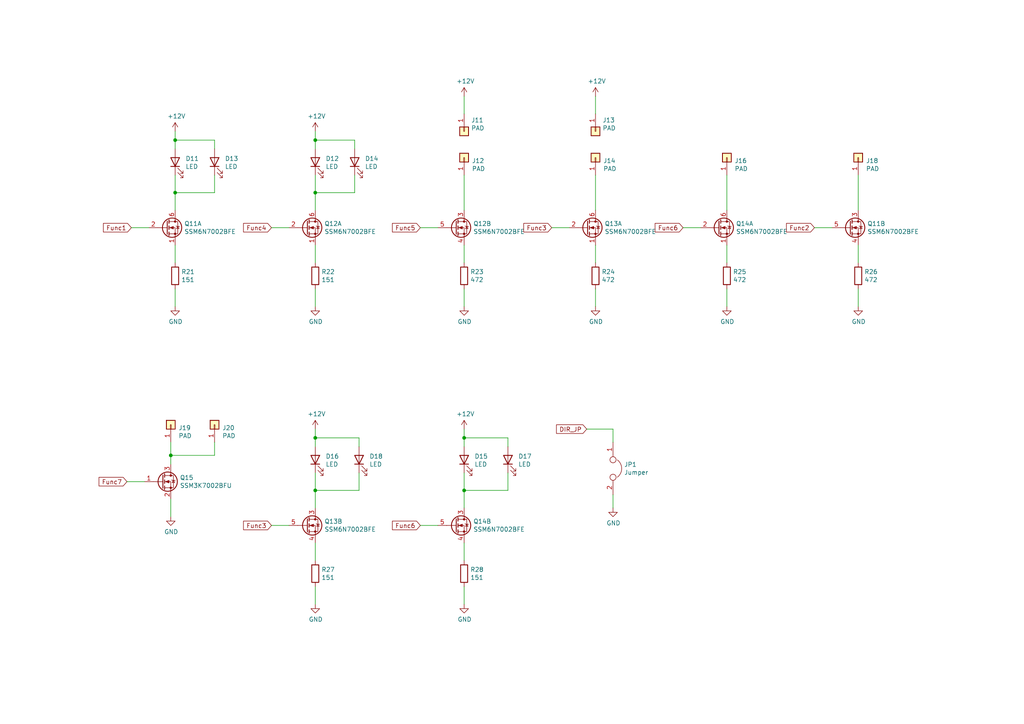
<source format=kicad_sch>
(kicad_sch (version 20230121) (generator eeschema)
  (paper "A4")
  (lib_symbols
    (symbol "Connector_Generic:Conn_01x01" (pin_names (offset 1.016) hide)
      (property "Reference" "J" (at 0 2.54 0))
      (property "Value" "Conn_01x01" (at 0 -2.54 0))
      (symbol "Conn_01x01_1_1"
        (rectangle (start -1.27 0.127) (end 0 -0.127) (stroke (width 0.1524)))
        (rectangle (start -1.27 1.27) (end 1.27 -1.27) (stroke (width 0.254)) (fill (type background)))
        (pin passive line (at -5.08 0 0) (length 3.81) (name "Pin_1") (number "1"))
      )
    )
    (symbol "Device:Jumper" (pin_names (offset 0.762) hide)
      (property "Reference" "JP" (at 0 3.81 0))
      (property "Value" "Device_Jumper" (at 0 -2.032 0))
      (symbol "Jumper_0_1"
        (circle (center -2.54 0) (radius 0.889))
        (arc (start 2.5146 1.27) (mid 0.0078 2.5097) (end -2.4892 1.27))
        (circle (center 2.54 0) (radius 0.889))
        (pin passive line (at -7.62 0 0) (length 4.191) (name "1") (number "1"))
        (pin passive line (at 7.62 0 180) (length 4.191) (name "2") (number "2"))
      )
    )
    (symbol "Device:LED" (pin_numbers hide) (pin_names (offset 1.016) hide)
      (property "Reference" "D" (at 0 2.54 0))
      (property "Value" "LED" (at 0 -2.54 0))
      (symbol "LED_0_1"
        (polyline (pts (xy -1.27 -1.27) (xy -1.27 1.27)) (stroke (width 0.254)))
        (polyline (pts (xy -1.27 0) (xy 1.27 0)))
        (polyline (pts (xy 1.27 -1.27) (xy 1.27 1.27) (xy -1.27 0) (xy 1.27 -1.27)) (stroke (width 0.254)))
        (polyline (pts (xy -3.048 -0.762) (xy -4.572 -2.286) (xy -3.81 -2.286) (xy -4.572 -2.286) (xy -4.572 -1.524)))
        (polyline (pts (xy -1.778 -0.762) (xy -3.302 -2.286) (xy -2.54 -2.286) (xy -3.302 -2.286) (xy -3.302 -1.524)))
      )
      (symbol "LED_1_1"
        (pin passive line (at -3.81 0 0) (length 2.54) (name "K") (number "1"))
        (pin passive line (at 3.81 0 180) (length 2.54) (name "A") (number "2"))
      )
    )
    (symbol "Device:Q_DUAL_NMOS_S1G1D2S2G2D1" (pin_names (offset 0) hide)
      (property "Reference" "Q" (at 6.35 1.27 0))
      (property "Value" "Device_Q_DUAL_NMOS_S1G1D2S2G2D1" (at 19.05 -1.27 0))
      (symbol "Q_DUAL_NMOS_S1G1D2S2G2D1_0_1"
        (polyline (pts (xy 0.254 0) (xy -2.54 0)))
        (polyline (pts (xy 0.254 1.905) (xy 0.254 -1.905)) (stroke (width 0.254)))
        (polyline (pts (xy 0.762 -1.27) (xy 0.762 -2.286)) (stroke (width 0.254)))
        (polyline (pts (xy 0.762 0.508) (xy 0.762 -0.508)) (stroke (width 0.254)))
        (polyline (pts (xy 0.762 2.286) (xy 0.762 1.27)) (stroke (width 0.254)))
        (polyline (pts (xy 2.54 2.54) (xy 2.54 1.778)))
        (polyline (pts (xy 2.54 -2.54) (xy 2.54 0) (xy 0.762 0)))
        (polyline (pts (xy 0.762 -1.778) (xy 3.302 -1.778) (xy 3.302 1.778) (xy 0.762 1.778)))
        (polyline (pts (xy 1.016 0) (xy 2.032 0.381) (xy 2.032 -0.381) (xy 1.016 0)) (fill (type outline)))
        (polyline (pts (xy 2.794 0.508) (xy 2.921 0.381) (xy 3.683 0.381) (xy 3.81 0.254)))
        (polyline (pts (xy 3.302 0.381) (xy 2.921 -0.254) (xy 3.683 -0.254) (xy 3.302 0.381)))
        (circle (center 1.651 0) (radius 2.794) (stroke (width 0.254)))
        (circle (center 2.54 -1.778) (radius 0.254) (fill (type outline)))
        (circle (center 2.54 1.778) (radius 0.254) (fill (type outline)))
      )
      (symbol "Q_DUAL_NMOS_S1G1D2S2G2D1_1_1"
        (pin passive line (at 2.54 -5.08 90) (length 2.54) (name "S") (number "1"))
        (pin input line (at -5.08 0 0) (length 2.54) (name "G") (number "2"))
        (pin passive line (at 2.54 5.08 270) (length 2.54) (name "D") (number "6"))
      )
      (symbol "Q_DUAL_NMOS_S1G1D2S2G2D1_2_1"
        (pin passive line (at 2.54 5.08 270) (length 2.54) (name "D") (number "3"))
        (pin passive line (at 2.54 -5.08 90) (length 2.54) (name "S") (number "4"))
        (pin input line (at -5.08 0 0) (length 2.54) (name "G") (number "5"))
      )
    )
    (symbol "Device:Q_NMOS_GSD" (pin_names (offset 0) hide)
      (property "Reference" "Q" (at 5.08 1.27 0))
      (property "Value" "Q_NMOS_GSD" (at 5.08 -1.27 0))
      (symbol "Q_NMOS_GSD_0_1"
        (polyline (pts (xy 0.254 0) (xy -2.54 0)))
        (polyline (pts (xy 0.254 1.905) (xy 0.254 -1.905)) (stroke (width 0.254)))
        (polyline (pts (xy 0.762 -1.27) (xy 0.762 -2.286)) (stroke (width 0.254)))
        (polyline (pts (xy 0.762 0.508) (xy 0.762 -0.508)) (stroke (width 0.254)))
        (polyline (pts (xy 0.762 2.286) (xy 0.762 1.27)) (stroke (width 0.254)))
        (polyline (pts (xy 2.54 2.54) (xy 2.54 1.778)))
        (polyline (pts (xy 2.54 -2.54) (xy 2.54 0) (xy 0.762 0)))
        (polyline (pts (xy 0.762 -1.778) (xy 3.302 -1.778) (xy 3.302 1.778) (xy 0.762 1.778)))
        (polyline (pts (xy 1.016 0) (xy 2.032 0.381) (xy 2.032 -0.381) (xy 1.016 0)) (fill (type outline)))
        (polyline (pts (xy 2.794 0.508) (xy 2.921 0.381) (xy 3.683 0.381) (xy 3.81 0.254)))
        (polyline (pts (xy 3.302 0.381) (xy 2.921 -0.254) (xy 3.683 -0.254) (xy 3.302 0.381)))
        (circle (center 1.651 0) (radius 2.794) (stroke (width 0.254)))
        (circle (center 2.54 -1.778) (radius 0.254) (fill (type outline)))
        (circle (center 2.54 1.778) (radius 0.254) (fill (type outline)))
      )
      (symbol "Q_NMOS_GSD_1_1"
        (pin input line (at -5.08 0 0) (length 2.54) (name "G") (number "1"))
        (pin passive line (at 2.54 -5.08 90) (length 2.54) (name "S") (number "2"))
        (pin passive line (at 2.54 5.08 270) (length 2.54) (name "D") (number "3"))
      )
    )
    (symbol "Device:R" (pin_numbers hide) (pin_names (offset 0))
      (property "Reference" "R" (at 2.032 0 90))
      (property "Value" "R" (at 0 0 90))
      (symbol "R_0_1"
        (rectangle (start -1.016 -2.54) (end 1.016 2.54) (stroke (width 0.254)))
      )
      (symbol "R_1_1"
        (pin passive line (at 0 3.81 270) (length 1.27) (name "~") (number "1"))
        (pin passive line (at 0 -3.81 90) (length 1.27) (name "~") (number "2"))
      )
    )
    (symbol "power:+12V" (power) (pin_names (offset 0))
      (property "Value" "+12V" (at 0 3.556 0))
      (symbol "+12V_0_1"
        (polyline (pts (xy -0.762 1.27) (xy 0 2.54)))
        (polyline (pts (xy 0 0) (xy 0 2.54)))
        (polyline (pts (xy 0 2.54) (xy 0.762 1.27)))
      )
      (symbol "+12V_1_1"
        (pin power_in line (at 0 0 90) (length 0) hide (name "+12V") (number "1"))
      )
    )
    (symbol "power:GND" (power) (pin_names (offset 0))
      (property "Value" "GND" (at 0 -3.81 0))
      (symbol "GND_0_1"
        (polyline (pts (xy 0 0) (xy 0 -1.27) (xy 1.27 -1.27) (xy 0 -2.54) (xy -1.27 -1.27) (xy 0 -1.27)))
      )
      (symbol "GND_1_1"
        (pin power_in line (at 0 0 270) (length 0) hide (name "GND") (number "1"))
      )
    )
  )
  (junction (at 91.44 142.24))
  (junction (at 50.8 40.64))
  (junction (at 49.53 132.08))
  (junction (at 91.44 127))
  (junction (at 134.62 142.24))
  (junction (at 91.44 55.88))
  (junction (at 91.44 40.64))
  (junction (at 50.8 55.88))
  (junction (at 134.62 127))
  (wire (pts (xy 172.72 88.9) (xy 172.72 83.82)))
  (wire (pts (xy 134.62 142.24) (xy 134.62 147.32)))
  (wire (pts (xy 50.8 83.82) (xy 50.8 88.9)))
  (wire (pts (xy 91.44 76.2) (xy 91.44 71.12)))
  (wire (pts (xy 210.82 76.2) (xy 210.82 71.12)))
  (wire (pts (xy 91.44 55.88) (xy 102.87 55.88)))
  (wire (pts (xy 50.8 40.64) (xy 62.23 40.64)))
  (wire (pts (xy 91.44 162.56) (xy 91.44 157.48)))
  (wire (pts (xy 50.8 50.8) (xy 50.8 55.88)))
  (wire (pts (xy 134.62 76.2) (xy 134.62 71.12)))
  (wire (pts (xy 50.8 55.88) (xy 62.23 55.88)))
  (wire (pts (xy 248.92 88.9) (xy 248.92 83.82)))
  (wire (pts (xy 91.44 50.8) (xy 91.44 55.88)))
  (wire (pts (xy 248.92 60.96) (xy 248.92 50.8)))
  (wire (pts (xy 50.8 40.64) (xy 50.8 38.1)))
  (wire (pts (xy 91.44 43.18) (xy 91.44 40.64)))
  (wire (pts (xy 104.14 127) (xy 104.14 129.54)))
  (wire (pts (xy 49.53 149.86) (xy 49.53 144.78)))
  (wire (pts (xy 172.72 33.02) (xy 172.72 27.94)))
  (wire (pts (xy 43.18 66.04) (xy 38.1 66.04)))
  (wire (pts (xy 91.44 127) (xy 91.44 124.46)))
  (wire (pts (xy 134.62 60.96) (xy 134.62 50.8)))
  (wire (pts (xy 50.8 43.18) (xy 50.8 40.64)))
  (wire (pts (xy 210.82 60.96) (xy 210.82 50.8)))
  (wire (pts (xy 102.87 40.64) (xy 102.87 43.18)))
  (wire (pts (xy 41.91 139.7) (xy 36.83 139.7)))
  (wire (pts (xy 177.8 143.51) (xy 177.8 147.32)))
  (wire (pts (xy 165.1 66.04) (xy 160.02 66.04)))
  (wire (pts (xy 83.82 66.04) (xy 78.74 66.04)))
  (wire (pts (xy 248.92 76.2) (xy 248.92 71.12)))
  (wire (pts (xy 102.87 55.88) (xy 102.87 50.8)))
  (wire (pts (xy 134.62 170.18) (xy 134.62 175.26)))
  (wire (pts (xy 241.3 66.04) (xy 236.22 66.04)))
  (wire (pts (xy 134.62 137.16) (xy 134.62 142.24)))
  (wire (pts (xy 91.44 142.24) (xy 104.14 142.24)))
  (wire (pts (xy 50.8 76.2) (xy 50.8 71.12)))
  (wire (pts (xy 127 152.4) (xy 121.92 152.4)))
  (wire (pts (xy 172.72 76.2) (xy 172.72 71.12)))
  (wire (pts (xy 172.72 60.96) (xy 172.72 50.8)))
  (wire (pts (xy 104.14 142.24) (xy 104.14 137.16)))
  (wire (pts (xy 134.62 162.56) (xy 134.62 157.48)))
  (wire (pts (xy 134.62 127) (xy 147.32 127)))
  (wire (pts (xy 49.53 128.27) (xy 49.53 132.08)))
  (wire (pts (xy 62.23 50.8) (xy 62.23 55.88)))
  (wire (pts (xy 177.8 124.46) (xy 177.8 128.27)))
  (wire (pts (xy 91.44 127) (xy 104.14 127)))
  (wire (pts (xy 127 66.04) (xy 121.92 66.04)))
  (wire (pts (xy 203.2 66.04) (xy 198.12 66.04)))
  (wire (pts (xy 134.62 33.02) (xy 134.62 27.94)))
  (wire (pts (xy 62.23 132.08) (xy 62.23 128.27)))
  (wire (pts (xy 134.62 129.54) (xy 134.62 127)))
  (wire (pts (xy 83.82 152.4) (xy 78.74 152.4)))
  (wire (pts (xy 91.44 40.64) (xy 102.87 40.64)))
  (wire (pts (xy 91.44 55.88) (xy 91.44 60.96)))
  (wire (pts (xy 49.53 132.08) (xy 62.23 132.08)))
  (wire (pts (xy 50.8 55.88) (xy 50.8 60.96)))
  (wire (pts (xy 91.44 142.24) (xy 91.44 147.32)))
  (wire (pts (xy 49.53 132.08) (xy 49.53 134.62)))
  (wire (pts (xy 134.62 127) (xy 134.62 124.46)))
  (wire (pts (xy 91.44 137.16) (xy 91.44 142.24)))
  (wire (pts (xy 62.23 40.64) (xy 62.23 43.18)))
  (wire (pts (xy 91.44 129.54) (xy 91.44 127)))
  (wire (pts (xy 91.44 83.82) (xy 91.44 88.9)))
  (wire (pts (xy 134.62 142.24) (xy 147.32 142.24)))
  (wire (pts (xy 210.82 88.9) (xy 210.82 83.82)))
  (wire (pts (xy 91.44 40.64) (xy 91.44 38.1)))
  (wire (pts (xy 134.62 88.9) (xy 134.62 83.82)))
  (wire (pts (xy 147.32 142.24) (xy 147.32 137.16)))
  (wire (pts (xy 170.18 124.46) (xy 177.8 124.46)))
  (wire (pts (xy 91.44 170.18) (xy 91.44 175.26)))
  (wire (pts (xy 147.32 127) (xy 147.32 129.54)))
  (global_label "Func5" (shape input) (at 121.92 66.04 180) (property "Intersheetrefs" "${INTERSHEET_REFS}" (effects hide)))
  (global_label "Func1" (shape input) (at 38.1 66.04 180) (property "Intersheetrefs" "${INTERSHEET_REFS}" (effects hide)))
  (global_label "Func6" (shape input) (at 198.12 66.04 180) (property "Intersheetrefs" "${INTERSHEET_REFS}" (effects hide)))
  (global_label "Func6" (shape input) (at 121.92 152.4 180) (property "Intersheetrefs" "${INTERSHEET_REFS}" (effects hide)))
  (global_label "DIR_JP" (shape input) (at 170.18 124.46 180) (property "Intersheetrefs" "${INTERSHEET_REFS}" (effects hide)))
  (global_label "Func3" (shape input) (at 78.74 152.4 180) (property "Intersheetrefs" "${INTERSHEET_REFS}" (effects hide)))
  (global_label "Func2" (shape input) (at 236.22 66.04 180) (property "Intersheetrefs" "${INTERSHEET_REFS}" (effects hide)))
  (global_label "Func3" (shape input) (at 160.02 66.04 180) (property "Intersheetrefs" "${INTERSHEET_REFS}" (effects hide)))
  (global_label "Func7" (shape input) (at 36.83 139.7 180) (property "Intersheetrefs" "${INTERSHEET_REFS}" (effects hide)))
  (global_label "Func4" (shape input) (at 78.74 66.04 180) (property "Intersheetrefs" "${INTERSHEET_REFS}" (effects hide)))
  (symbol (lib_id "Device:Q_DUAL_NMOS_S1G1D2S2G2D1") (at 170.18 66.04 0) (unit 1)
    (property "Reference" "Q13" (at 175.3616 64.8716 0) (effects (justify left)))
    (property "Value" "SSM6N7002BFE" (at 175.3616 67.183 0) (effects (justify left)))
    (property "Footprint" "footprint:SOT-666-nomark" (effects hide))
  )
  (symbol (lib_id "Device:R") (at 50.8 80.01 0) (unit 1)
    (property "Reference" "R21" (at 52.578 78.8416 0) (effects (justify left)))
    (property "Value" "151" (at 52.578 81.153 0) (effects (justify left)))
    (property "Footprint" "footprint:R_1608_20240411" (effects hide))
  )
  (symbol (lib_id "Device:Q_DUAL_NMOS_S1G1D2S2G2D1") (at 88.9 152.4 0) (unit 2)
    (property "Reference" "Q13" (at 94.0816 151.2316 0) (effects (justify left)))
    (property "Value" "SSM6N7002BFE" (at 94.0816 153.543 0) (effects (justify left)))
    (property "Footprint" "footprint:SOT-666-nomark" (effects hide))
  )
  (symbol (lib_id "Device:R") (at 134.62 80.01 0) (unit 1)
    (property "Reference" "R23" (at 136.398 78.8416 0) (effects (justify left)))
    (property "Value" "472" (at 136.398 81.153 0) (effects (justify left)))
    (property "Footprint" "footprint:R_1005_20240411" (effects hide))
  )
  (symbol (lib_id "power:GND") (at 50.8 88.9 0) (unit 1)
    (property "Reference" "#PWR0115" (effects hide))
    (property "Value" "GND" (at 50.927 93.2942 0))
  )
  (symbol (lib_id "power:GND") (at 134.62 88.9 0) (unit 1)
    (property "Reference" "#PWR0116" (effects hide))
    (property "Value" "GND" (at 134.747 93.2942 0))
  )
  (symbol (lib_id "Device:LED") (at 50.8 46.99 90) (unit 1)
    (property "Reference" "D11" (at 53.7972 45.9994 90) (effects (justify right)))
    (property "Value" "LED" (at 53.7972 48.3108 90) (effects (justify right)))
    (property "Footprint" "footprint:LED_1224_1005_SIDE_BIG2" (effects hide))
  )
  (symbol (lib_id "power:+12V") (at 50.8 38.1 0) (unit 1)
    (property "Reference" "#PWR0117" (effects hide))
    (property "Value" "+12V" (at 51.181 33.7058 0))
  )
  (symbol (lib_id "Device:R") (at 172.72 80.01 0) (unit 1)
    (property "Reference" "R24" (at 174.498 78.8416 0) (effects (justify left)))
    (property "Value" "472" (at 174.498 81.153 0) (effects (justify left)))
    (property "Footprint" "footprint:R_1608_20240411" (effects hide))
  )
  (symbol (lib_id "power:GND") (at 172.72 88.9 0) (unit 1)
    (property "Reference" "#PWR0118" (effects hide))
    (property "Value" "GND" (at 172.847 93.2942 0))
  )
  (symbol (lib_id "Device:Q_NMOS_GSD") (at 46.99 139.7 0) (unit 1)
    (property "Reference" "Q15" (at 52.1716 138.5316 0) (effects (justify left)))
    (property "Value" "SSM3K7002BFU" (at 52.1716 140.843 0) (effects (justify left)))
    (property "Footprint" "footprint:SC-70_v2" (effects hide))
  )
  (symbol (lib_id "Connector_Generic:Conn_01x01") (at 134.62 45.72 90) (unit 1)
    (property "Reference" "J12" (at 136.8552 46.6344 90) (effects (justify right)))
    (property "Value" "PAD" (at 136.8552 48.9458 90) (effects (justify right)))
    (property "Footprint" "footprint:PAD_1.0x1.0_Hole0.6" (effects hide))
  )
  (symbol (lib_id "Connector_Generic:Conn_01x01") (at 172.72 45.72 90) (unit 1)
    (property "Reference" "J14" (at 174.9552 46.6344 90) (effects (justify right)))
    (property "Value" "PAD" (at 174.9552 48.9458 90) (effects (justify right)))
    (property "Footprint" "footprint:PAD_1.0x1.0_Hole0.6" (effects hide))
  )
  (symbol (lib_id "Device:Q_DUAL_NMOS_S1G1D2S2G2D1") (at 208.28 66.04 0) (unit 1)
    (property "Reference" "Q14" (at 213.4616 64.8716 0) (effects (justify left)))
    (property "Value" "SSM6N7002BFE" (at 213.4616 67.183 0) (effects (justify left)))
    (property "Footprint" "footprint:SOT-666-nomark" (effects hide))
  )
  (symbol (lib_id "Device:Q_DUAL_NMOS_S1G1D2S2G2D1") (at 132.08 152.4 0) (unit 2)
    (property "Reference" "Q14" (at 137.2616 151.2316 0) (effects (justify left)))
    (property "Value" "SSM6N7002BFE" (at 137.2616 153.543 0) (effects (justify left)))
    (property "Footprint" "footprint:SOT-666-nomark" (effects hide))
  )
  (symbol (lib_id "Device:R") (at 210.82 80.01 0) (unit 1)
    (property "Reference" "R25" (at 212.598 78.8416 0) (effects (justify left)))
    (property "Value" "472" (at 212.598 81.153 0) (effects (justify left)))
    (property "Footprint" "footprint:R_1005_20240411" (effects hide))
  )
  (symbol (lib_id "power:GND") (at 210.82 88.9 0) (unit 1)
    (property "Reference" "#PWR0119" (effects hide))
    (property "Value" "GND" (at 210.947 93.2942 0))
  )
  (symbol (lib_id "Device:R") (at 248.92 80.01 0) (unit 1)
    (property "Reference" "R26" (at 250.698 78.8416 0) (effects (justify left)))
    (property "Value" "472" (at 250.698 81.153 0) (effects (justify left)))
    (property "Footprint" "footprint:R_1608_20240411" (effects hide))
  )
  (symbol (lib_id "power:GND") (at 248.92 88.9 0) (unit 1)
    (property "Reference" "#PWR0120" (effects hide))
    (property "Value" "GND" (at 249.047 93.2942 0))
  )
  (symbol (lib_id "Connector_Generic:Conn_01x01") (at 210.82 45.72 90) (unit 1)
    (property "Reference" "J16" (at 213.0552 46.6344 90) (effects (justify right)))
    (property "Value" "PAD" (at 213.0552 48.9458 90) (effects (justify right)))
    (property "Footprint" "footprint:PAD_1.0x1.0_Hole0.6" (effects hide))
  )
  (symbol (lib_id "Connector_Generic:Conn_01x01") (at 248.92 45.72 90) (unit 1)
    (property "Reference" "J18" (at 251.1552 46.6344 90) (effects (justify right)))
    (property "Value" "PAD" (at 251.1552 48.9458 90) (effects (justify right)))
    (property "Footprint" "footprint:PAD_1.0x1.0_Hole0.6" (effects hide))
  )
  (symbol (lib_id "Device:R") (at 91.44 80.01 0) (unit 1)
    (property "Reference" "R22" (at 93.218 78.8416 0) (effects (justify left)))
    (property "Value" "151" (at 93.218 81.153 0) (effects (justify left)))
    (property "Footprint" "footprint:R_1608_20240411" (effects hide))
  )
  (symbol (lib_id "power:GND") (at 91.44 88.9 0) (unit 1)
    (property "Reference" "#PWR0121" (effects hide))
    (property "Value" "GND" (at 91.567 93.2942 0))
  )
  (symbol (lib_id "Device:LED") (at 91.44 46.99 90) (unit 1)
    (property "Reference" "D12" (at 94.4372 45.9994 90) (effects (justify right)))
    (property "Value" "LED" (at 94.4372 48.3108 90) (effects (justify right)))
    (property "Footprint" "footprint:LED_1224_1005_SIDE_BIG2" (effects hide))
  )
  (symbol (lib_id "power:+12V") (at 91.44 38.1 0) (unit 1)
    (property "Reference" "#PWR0122" (effects hide))
    (property "Value" "+12V" (at 91.821 33.7058 0))
  )
  (symbol (lib_id "Connector_Generic:Conn_01x01") (at 134.62 38.1 270) (unit 1)
    (property "Reference" "J11" (at 136.652 34.8488 90) (effects (justify left)))
    (property "Value" "PAD" (at 136.652 37.1602 90) (effects (justify left)))
    (property "Footprint" "footprint:PAD_1.0x1.8_SMD" (effects hide))
  )
  (symbol (lib_id "power:+12V") (at 134.62 27.94 0) (unit 1)
    (property "Reference" "#PWR0114" (effects hide))
    (property "Value" "+12V" (at 135.001 23.5458 0))
  )
  (symbol (lib_id "Device:Q_DUAL_NMOS_S1G1D2S2G2D1") (at 48.26 66.04 0) (unit 1)
    (property "Reference" "Q11" (at 53.4416 64.8716 0) (effects (justify left)))
    (property "Value" "SSM6N7002BFE" (at 53.4416 67.183 0) (effects (justify left)))
    (property "Footprint" "footprint:SOT-666-nomark" (effects hide))
  )
  (symbol (lib_id "Device:Q_DUAL_NMOS_S1G1D2S2G2D1") (at 246.38 66.04 0) (unit 2)
    (property "Reference" "Q11" (at 251.5616 64.8716 0) (effects (justify left)))
    (property "Value" "SSM6N7002BFE" (at 251.5616 67.183 0) (effects (justify left)))
    (property "Footprint" "footprint:SOT-666-nomark" (effects hide))
  )
  (symbol (lib_id "power:GND") (at 49.53 149.86 0) (unit 1)
    (property "Reference" "#PWR0134" (effects hide))
    (property "Value" "GND" (at 49.657 154.2542 0))
  )
  (symbol (lib_id "Connector_Generic:Conn_01x01") (at 49.53 123.19 90) (unit 1)
    (property "Reference" "J19" (at 51.7652 124.1044 90) (effects (justify right)))
    (property "Value" "PAD" (at 51.7652 126.4158 90) (effects (justify right)))
    (property "Footprint" "footprint:PAD_1.0x1.4_SMD" (effects hide))
  )
  (symbol (lib_id "Device:Jumper") (at 177.8 135.89 270) (unit 1)
    (property "Reference" "JP1" (at 181.0258 134.7216 90) (effects (justify left)))
    (property "Value" "Jumper" (at 181.0258 137.033 90) (effects (justify left)))
    (property "Footprint" "footprint:SOLDER_CONN_PAD_0.7mm_1.4mm" (effects hide))
  )
  (symbol (lib_id "power:GND") (at 177.8 147.32 0) (unit 1)
    (property "Reference" "#PWR0129" (effects hide))
    (property "Value" "GND" (at 177.927 151.7142 0))
  )
  (symbol (lib_id "Device:Q_DUAL_NMOS_S1G1D2S2G2D1") (at 88.9 66.04 0) (unit 1)
    (property "Reference" "Q12" (at 94.0816 64.8716 0) (effects (justify left)))
    (property "Value" "SSM6N7002BFE" (at 94.0816 67.183 0) (effects (justify left)))
    (property "Footprint" "footprint:SOT-666-nomark" (effects hide))
  )
  (symbol (lib_id "Device:Q_DUAL_NMOS_S1G1D2S2G2D1") (at 132.08 66.04 0) (unit 2)
    (property "Reference" "Q12" (at 137.2616 64.8716 0) (effects (justify left)))
    (property "Value" "SSM6N7002BFE" (at 137.2616 67.183 0) (effects (justify left)))
    (property "Footprint" "footprint:SOT-666-nomark" (effects hide))
  )
  (symbol (lib_id "Device:R") (at 134.62 166.37 0) (unit 1)
    (property "Reference" "R28" (at 136.398 165.2016 0) (effects (justify left)))
    (property "Value" "151" (at 136.398 167.513 0) (effects (justify left)))
    (property "Footprint" "footprint:R_1608_20240411" (effects hide))
  )
  (symbol (lib_id "power:GND") (at 134.62 175.26 0) (unit 1)
    (property "Reference" "#PWR0123" (effects hide))
    (property "Value" "GND" (at 134.747 179.6542 0))
  )
  (symbol (lib_id "Device:LED") (at 134.62 133.35 90) (unit 1)
    (property "Reference" "D15" (at 137.6172 132.3594 90) (effects (justify right)))
    (property "Value" "LED" (at 137.6172 134.6708 90) (effects (justify right)))
    (property "Footprint" "footprint:LED_1224_1005_SIDE_BIG2" (effects hide))
  )
  (symbol (lib_id "power:+12V") (at 134.62 124.46 0) (unit 1)
    (property "Reference" "#PWR0124" (effects hide))
    (property "Value" "+12V" (at 135.001 120.0658 0))
  )
  (symbol (lib_id "Device:LED") (at 102.87 46.99 90) (unit 1)
    (property "Reference" "D14" (at 105.8672 45.9994 90) (effects (justify right)))
    (property "Value" "LED" (at 105.8672 48.3108 90) (effects (justify right)))
    (property "Footprint" "footprint:LED_1224_1005_SIDE_BIG2" (effects hide))
  )
  (symbol (lib_id "Device:LED") (at 62.23 46.99 90) (unit 1)
    (property "Reference" "D13" (at 65.2272 45.9994 90) (effects (justify right)))
    (property "Value" "LED" (at 65.2272 48.3108 90) (effects (justify right)))
    (property "Footprint" "footprint:LED_1224_1005_SIDE_BIG2" (effects hide))
  )
  (symbol (lib_id "Device:R") (at 91.44 166.37 0) (unit 1)
    (property "Reference" "R27" (at 93.218 165.2016 0) (effects (justify left)))
    (property "Value" "151" (at 93.218 167.513 0) (effects (justify left)))
    (property "Footprint" "footprint:R_1608_20240411" (effects hide))
  )
  (symbol (lib_id "power:GND") (at 91.44 175.26 0) (unit 1)
    (property "Reference" "#PWR0137" (effects hide))
    (property "Value" "GND" (at 91.567 179.6542 0))
  )
  (symbol (lib_id "Device:LED") (at 91.44 133.35 90) (unit 1)
    (property "Reference" "D16" (at 94.4372 132.3594 90) (effects (justify right)))
    (property "Value" "LED" (at 94.4372 134.6708 90) (effects (justify right)))
    (property "Footprint" "footprint:LED_1224_1005_SIDE_BIG2" (effects hide))
  )
  (symbol (lib_id "power:+12V") (at 91.44 124.46 0) (unit 1)
    (property "Reference" "#PWR0138" (effects hide))
    (property "Value" "+12V" (at 91.821 120.0658 0))
  )
  (symbol (lib_id "Connector_Generic:Conn_01x01") (at 172.72 38.1 270) (unit 1)
    (property "Reference" "J13" (at 174.752 34.8488 90) (effects (justify left)))
    (property "Value" "PAD" (at 174.752 37.1602 90) (effects (justify left)))
    (property "Footprint" "footprint:PAD_1.0x1.8_SMD" (effects hide))
  )
  (symbol (lib_id "power:+12V") (at 172.72 27.94 0) (unit 1)
    (property "Reference" "#PWR0139" (effects hide))
    (property "Value" "+12V" (at 173.101 23.5458 0))
  )
  (symbol (lib_id "Device:LED") (at 147.32 133.35 90) (unit 1)
    (property "Reference" "D17" (at 150.3172 132.3594 90) (effects (justify right)))
    (property "Value" "LED" (at 150.3172 134.6708 90) (effects (justify right)))
    (property "Footprint" "footprint:LED_1224_1005_SIDE_BIG2" (effects hide))
  )
  (symbol (lib_id "Device:LED") (at 104.14 133.35 90) (unit 1)
    (property "Reference" "D18" (at 107.1372 132.3594 90) (effects (justify right)))
    (property "Value" "LED" (at 107.1372 134.6708 90) (effects (justify right)))
    (property "Footprint" "footprint:LED_1224_1005_SIDE_BIG2" (effects hide))
  )
  (symbol (lib_id "Connector_Generic:Conn_01x01") (at 62.23 123.19 90) (unit 1)
    (property "Reference" "J20" (at 64.4652 124.1044 90) (effects (justify right)))
    (property "Value" "PAD" (at 64.4652 126.4158 90) (effects (justify right)))
    (property "Footprint" "footprint:PAD_0.5x1.2_SMD" (effects hide))
  )
)
</source>
